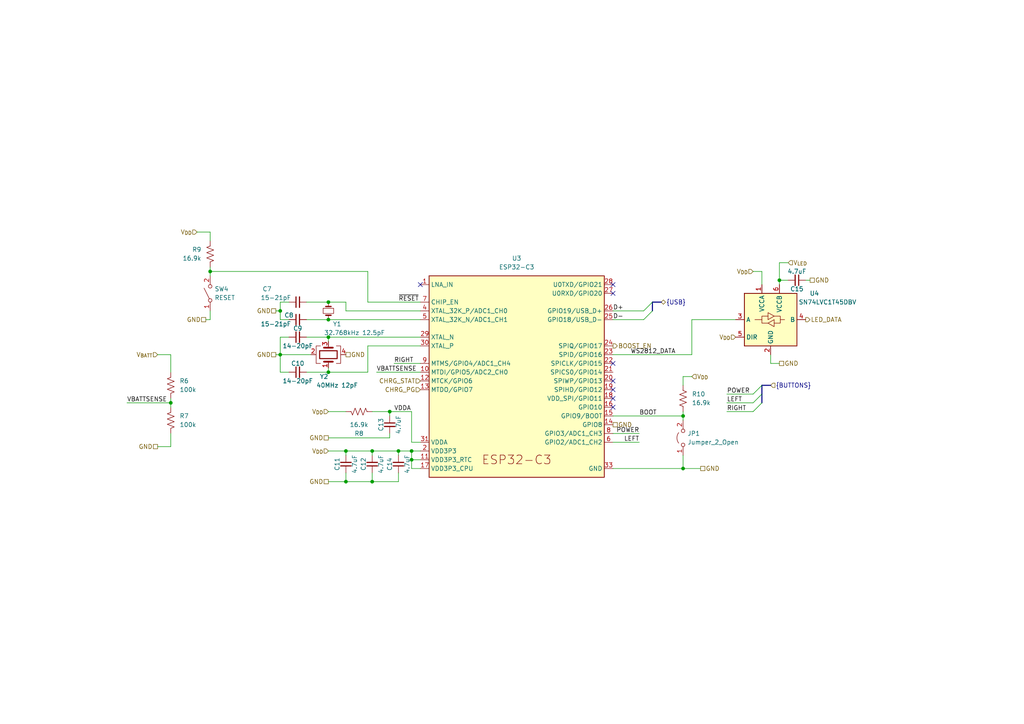
<source format=kicad_sch>
(kicad_sch (version 20211123) (generator eeschema)
  (paper "A4")
  (lib_symbols
    (symbol "Device:C_Small" (pin_numbers hide) (pin_names (offset 0.254) hide)
      (property "Reference" "C" (at 0.254 1.778 0))
      (property "Value" "C_Small" (at 0.254 -2.032 0))
      (symbol "C_Small_0_1"
        (polyline (pts (xy -1.524 -0.508) (xy 1.524 -0.508)) (stroke (width 0.3302)))
        (polyline (pts (xy -1.524 0.508) (xy 1.524 0.508)) (stroke (width 0.3048)))
      )
      (symbol "C_Small_1_1"
        (pin passive line (at 0 2.54 270) (length 2.032) (name "~") (number "1"))
        (pin passive line (at 0 -2.54 90) (length 2.032) (name "~") (number "2"))
      )
    )
    (symbol "Device:Crystal_GND24" (pin_names (offset 1.016) hide)
      (property "Reference" "Y" (at 3.175 5.08 0))
      (property "Value" "Crystal_GND24" (at 3.175 3.175 0))
      (symbol "Crystal_GND24_0_1"
        (rectangle (start -1.143 2.54) (end 1.143 -2.54) (stroke (width 0.3048)))
        (polyline (pts (xy -2.54 0) (xy -2.032 0)))
        (polyline (pts (xy -2.032 -1.27) (xy -2.032 1.27)) (stroke (width 0.508)))
        (polyline (pts (xy 0 -3.81) (xy 0 -3.556)))
        (polyline (pts (xy 0 3.556) (xy 0 3.81)))
        (polyline (pts (xy 2.032 -1.27) (xy 2.032 1.27)) (stroke (width 0.508)))
        (polyline (pts (xy 2.032 0) (xy 2.54 0)))
        (polyline (pts (xy -2.54 -2.286) (xy -2.54 -3.556) (xy 2.54 -3.556) (xy 2.54 -2.286)))
        (polyline (pts (xy -2.54 2.286) (xy -2.54 3.556) (xy 2.54 3.556) (xy 2.54 2.286)))
      )
      (symbol "Crystal_GND24_1_1"
        (pin passive line (at -3.81 0 0) (length 1.27) (name "1") (number "1"))
        (pin passive line (at 0 5.08 270) (length 1.27) (name "2") (number "2"))
        (pin passive line (at 3.81 0 180) (length 1.27) (name "3") (number "3"))
        (pin passive line (at 0 -5.08 90) (length 1.27) (name "4") (number "4"))
      )
    )
    (symbol "Device:Crystal_Small" (pin_numbers hide) (pin_names (offset 1.016) hide)
      (property "Reference" "Y" (at 0 2.54 0))
      (property "Value" "Crystal_Small" (at 0 -2.54 0))
      (symbol "Crystal_Small_0_1"
        (rectangle (start -0.762 -1.524) (end 0.762 1.524))
        (polyline (pts (xy -1.27 -0.762) (xy -1.27 0.762)) (stroke (width 0.381)))
        (polyline (pts (xy 1.27 -0.762) (xy 1.27 0.762)) (stroke (width 0.381)))
      )
      (symbol "Crystal_Small_1_1"
        (pin passive line (at -2.54 0 0) (length 1.27) (name "1") (number "1"))
        (pin passive line (at 2.54 0 180) (length 1.27) (name "2") (number "2"))
      )
    )
    (symbol "Device:R_US" (pin_numbers hide) (pin_names (offset 0))
      (property "Reference" "R" (at 2.54 0 90))
      (property "Value" "R_US" (at -2.54 0 90))
      (symbol "R_US_0_1"
        (polyline (pts (xy 0 -2.286) (xy 0 -2.54)))
        (polyline (pts (xy 0 2.286) (xy 0 2.54)))
        (polyline (pts (xy 0 -0.762) (xy 1.016 -1.143) (xy 0 -1.524) (xy -1.016 -1.905) (xy 0 -2.286)))
        (polyline (pts (xy 0 0.762) (xy 1.016 0.381) (xy 0 0) (xy -1.016 -0.381) (xy 0 -0.762)))
        (polyline (pts (xy 0 2.286) (xy 1.016 1.905) (xy 0 1.524) (xy -1.016 1.143) (xy 0 0.762)))
      )
      (symbol "R_US_1_1"
        (pin passive line (at 0 3.81 270) (length 1.27) (name "~") (number "1"))
        (pin passive line (at 0 -3.81 90) (length 1.27) (name "~") (number "2"))
      )
    )
    (symbol "Espressif:ESP32-C3"
      (property "Reference" "U" (at -25.4 35.56 0))
      (property "Value" "ESP32-C3" (at -25.4 33.02 0))
      (symbol "ESP32-C3_0_0"
        (text "ESP32-C3" (at 0 -22.86 0) (effects (font (size 2.54 2.54))))
        (pin bidirectional line (at -27.94 27.94 0) (length 2.54) (name "LNA_IN") (number "1"))
        (pin bidirectional line (at -27.94 2.54 0) (length 2.54) (name "MTDI/GPIO5/ADC2_CH0") (number "10"))
        (pin power_in line (at -27.94 -22.86 0) (length 2.54) (name "VDD3P3_RTC") (number "11"))
        (pin bidirectional line (at -27.94 0 0) (length 2.54) (name "MTCK/GPIO6") (number "12"))
        (pin bidirectional line (at -27.94 -2.54 0) (length 2.54) (name "MTDO/GPIO7") (number "13"))
        (pin bidirectional line (at 27.94 -12.7 180) (length 2.54) (name "GPIO8") (number "14"))
        (pin bidirectional line (at 27.94 -10.16 180) (length 2.54) (name "GPIO9/BOOT") (number "15"))
        (pin bidirectional line (at 27.94 -7.62 180) (length 2.54) (name "GPIO10") (number "16"))
        (pin power_in line (at -27.94 -25.4 0) (length 2.54) (name "VDD3P3_CPU") (number "17"))
        (pin bidirectional line (at 27.94 -5.08 180) (length 2.54) (name "VDD_SPI/GPIO11") (number "18"))
        (pin bidirectional line (at 27.94 -2.54 180) (length 2.54) (name "SPIHD/GPIO12") (number "19"))
        (pin power_in line (at -27.94 -20.32 0) (length 2.54) (name "VDD3P3") (number "2"))
        (pin bidirectional line (at 27.94 0 180) (length 2.54) (name "SPIWP/GPIO13") (number "20"))
        (pin bidirectional line (at 27.94 2.54 180) (length 2.54) (name "SPICS0/GPIO14") (number "21"))
        (pin bidirectional line (at 27.94 5.08 180) (length 2.54) (name "SPICLK/GPIO15") (number "22"))
        (pin bidirectional line (at 27.94 7.62 180) (length 2.54) (name "SPID/GPIO16") (number "23"))
        (pin bidirectional line (at 27.94 10.16 180) (length 2.54) (name "SPIQ/GPIO17") (number "24"))
        (pin bidirectional line (at 27.94 17.78 180) (length 2.54) (name "GPIO18/USB_D-") (number "25"))
        (pin bidirectional line (at 27.94 20.32 180) (length 2.54) (name "GPIO19/USB_D+") (number "26"))
        (pin bidirectional line (at 27.94 25.4 180) (length 2.54) (name "U0RXD/GPIO20") (number "27"))
        (pin bidirectional line (at 27.94 27.94 180) (length 2.54) (name "U0TXD/GPIO21") (number "28"))
        (pin output line (at -27.94 12.7 0) (length 2.54) (name "XTAL_N") (number "29"))
        (pin input line (at -27.94 10.16 0) (length 2.54) (name "XTAL_P") (number "30"))
        (pin power_in line (at -27.94 -17.78 0) (length 2.54) (name "VDDA") (number "31"))
        (pin power_in line (at 27.94 -25.4 180) (length 2.54) (name "GND") (number "33"))
        (pin output line (at -27.94 20.32 0) (length 2.54) (name "XTAL_32K_P/ADC1_CH0") (number "4"))
        (pin input line (at -27.94 17.78 0) (length 2.54) (name "XTAL_32K_N/ADC1_CH1") (number "5"))
        (pin bidirectional line (at 27.94 -17.78 180) (length 2.54) (name "GPIO2/ADC1_CH2") (number "6"))
        (pin input line (at -27.94 22.86 0) (length 2.54) (name "CHIP_EN") (number "7"))
        (pin bidirectional line (at 27.94 -15.24 180) (length 2.54) (name "GPIO3/ADC1_CH3") (number "8"))
        (pin bidirectional line (at -27.94 5.08 0) (length 2.54) (name "MTMS/GPIO4/ADC1_CH4") (number "9"))
      )
      (symbol "ESP32-C3_0_1"
        (rectangle (start -25.4 30.48) (end 25.4 -27.94) (stroke (width 0.254)) (fill (type background)))
        (pin passive line (at -27.94 -20.32 0) (length 2.54) hide (name "VDD3P3") (number "3"))
        (pin passive line (at -27.94 -17.78 0) (length 2.54) hide (name "VDDA") (number "32"))
      )
    )
    (symbol "Jumper:Jumper_2_Open" (pin_names (offset 0) hide)
      (property "Reference" "JP" (at 0 2.794 0))
      (property "Value" "Jumper_2_Open" (at 0 -2.286 0))
      (symbol "Jumper_2_Open_0_0"
        (circle (center -2.032 0) (radius 0.508))
        (circle (center 2.032 0) (radius 0.508))
      )
      (symbol "Jumper_2_Open_0_1"
        (arc (start 1.524 1.27) (mid 0 1.778) (end -1.524 1.27))
      )
      (symbol "Jumper_2_Open_1_1"
        (pin passive line (at -5.08 0 0) (length 2.54) (name "A") (number "1"))
        (pin passive line (at 5.08 0 180) (length 2.54) (name "B") (number "2"))
      )
    )
    (symbol "Logic_LevelTranslator:SN74LVC1T45DBV"
      (property "Reference" "U" (at -6.35 8.89 0))
      (property "Value" "SN74LVC1T45DBV" (at 3.81 8.89 0))
      (symbol "SN74LVC1T45DBV_0_1"
        (rectangle (start -7.62 7.62) (end 7.62 -7.62) (stroke (width 0.254)) (fill (type background)))
        (polyline (pts (xy -2.54 0) (xy -2.54 1.016) (xy -0.762 1.016)))
        (polyline (pts (xy 2.794 0) (xy 2.794 -1.016) (xy 1.016 -1.016)))
        (polyline (pts (xy -0.762 -1.016) (xy -2.54 -1.016) (xy -2.54 0) (xy -4.572 0)))
        (polyline (pts (xy -0.762 0) (xy -0.762 2.032) (xy 1.016 1.016) (xy -0.762 0)))
        (polyline (pts (xy 1.016 1.016) (xy 2.794 1.016) (xy 2.794 0) (xy 4.064 0)))
        (polyline (pts (xy 1.016 0) (xy 1.016 -1.778) (xy 1.016 -2.032) (xy -0.762 -1.016) (xy 1.016 0)))
      )
      (symbol "SN74LVC1T45DBV_1_1"
        (pin power_in line (at -2.54 10.16 270) (length 2.54) (name "VCCA") (number "1"))
        (pin power_in line (at 0 -10.16 90) (length 2.54) (name "GND") (number "2"))
        (pin bidirectional line (at -10.16 0 0) (length 2.54) (name "A") (number "3"))
        (pin bidirectional line (at 10.16 0 180) (length 2.54) (name "B") (number "4"))
        (pin input line (at -10.16 -5.08 0) (length 2.54) (name "DIR") (number "5"))
        (pin power_in line (at 2.54 10.16 270) (length 2.54) (name "VCCB") (number "6"))
      )
    )
    (symbol "Switch:SW_SPST" (pin_names (offset 0) hide)
      (property "Reference" "SW" (at 0 3.175 0))
      (property "Value" "SW_SPST" (at 0 -2.54 0))
      (symbol "SW_SPST_0_0"
        (circle (center -2.032 0) (radius 0.508))
        (polyline (pts (xy -1.524 0.254) (xy 1.524 1.778)))
        (circle (center 2.032 0) (radius 0.508))
      )
      (symbol "SW_SPST_1_1"
        (pin passive line (at -5.08 0 0) (length 2.54) (name "A") (number "1"))
        (pin passive line (at 5.08 0 180) (length 2.54) (name "B") (number "2"))
      )
    )
  )
  (bus_alias "USB" (members "D+" "D-"))
  (junction (at 95.25 92.71))
  (junction (at 95.25 97.79))
  (junction (at 49.53 116.84))
  (junction (at 60.96 78.74))
  (junction (at 81.28 90.17))
  (junction (at 95.25 107.95))
  (junction (at 113.03 119.38))
  (junction (at 107.95 139.7))
  (junction (at 100.33 130.81))
  (junction (at 81.28 102.87))
  (junction (at 95.25 87.63))
  (junction (at 119.38 133.35))
  (junction (at 226.06 81.28))
  (junction (at 100.33 139.7))
  (junction (at 107.95 130.81))
  (junction (at 198.12 120.65))
  (junction (at 115.57 130.81))
  (junction (at 198.12 135.89))
  (junction (at 119.38 130.81))
  (no_connect (at 177.8 85.09))
  (no_connect (at 177.8 105.41))
  (no_connect (at 177.8 110.49))
  (no_connect (at 177.8 115.57))
  (no_connect (at 177.8 118.11))
  (no_connect (at 177.8 82.55))
  (no_connect (at 177.8 113.03))
  (no_connect (at 121.92 82.55))
  (bus_entry (at 189.23 90.17) (size -2.54 2.54))
  (bus_entry (at 220.98 111.76) (size -2.54 2.54))
  (bus_entry (at 189.23 87.63) (size -2.54 2.54))
  (bus_entry (at 220.98 114.3) (size -2.54 2.54))
  (bus_entry (at 220.98 116.84) (size -2.54 2.54))
  (wire (pts (xy 95.25 106.68) (xy 95.25 107.95)))
  (wire (pts (xy 198.12 120.65) (xy 198.12 121.92)))
  (wire (pts (xy 177.8 102.87) (xy 200.66 102.87)))
  (wire (pts (xy 200.66 109.22) (xy 198.12 109.22)))
  (wire (pts (xy 119.38 133.35) (xy 121.92 133.35)))
  (wire (pts (xy 177.8 135.89) (xy 198.12 135.89)))
  (wire (pts (xy 80.01 90.17) (xy 81.28 90.17)))
  (wire (pts (xy 60.96 67.31) (xy 60.96 69.85)))
  (wire (pts (xy 106.68 87.63) (xy 121.92 87.63)))
  (wire (pts (xy 95.25 130.81) (xy 100.33 130.81)))
  (wire (pts (xy 119.38 130.81) (xy 121.92 130.81)))
  (wire (pts (xy 226.06 76.2) (xy 226.06 81.28)))
  (wire (pts (xy 226.06 81.28) (xy 228.6 81.28)))
  (wire (pts (xy 198.12 109.22) (xy 198.12 111.76)))
  (wire (pts (xy 106.68 100.33) (xy 106.68 107.95)))
  (wire (pts (xy 107.95 130.81) (xy 115.57 130.81)))
  (wire (pts (xy 83.82 97.79) (xy 81.28 97.79)))
  (wire (pts (xy 223.52 102.87) (xy 223.52 105.41)))
  (wire (pts (xy 81.28 107.95) (xy 83.82 107.95)))
  (wire (pts (xy 223.52 105.41) (xy 226.06 105.41)))
  (wire (pts (xy 121.92 128.27) (xy 119.38 128.27)))
  (wire (pts (xy 95.25 119.38) (xy 100.33 119.38)))
  (wire (pts (xy 45.72 102.87) (xy 49.53 102.87)))
  (wire (pts (xy 100.33 130.81) (xy 107.95 130.81)))
  (wire (pts (xy 81.28 102.87) (xy 90.17 102.87)))
  (wire (pts (xy 119.38 133.35) (xy 119.38 135.89)))
  (wire (pts (xy 100.33 87.63) (xy 100.33 90.17)))
  (wire (pts (xy 49.53 115.57) (xy 49.53 116.84)))
  (bus (pts (xy 220.98 114.3) (xy 220.98 116.84)))
  (wire (pts (xy 88.9 97.79) (xy 95.25 97.79)))
  (wire (pts (xy 200.66 102.87) (xy 200.66 92.71)))
  (wire (pts (xy 218.44 78.74) (xy 220.98 78.74)))
  (wire (pts (xy 198.12 119.38) (xy 198.12 120.65)))
  (wire (pts (xy 226.06 76.2) (xy 228.6 76.2)))
  (wire (pts (xy 226.06 81.28) (xy 226.06 82.55)))
  (wire (pts (xy 121.92 107.95) (xy 109.22 107.95)))
  (wire (pts (xy 107.95 132.08) (xy 107.95 130.81)))
  (wire (pts (xy 113.03 127) (xy 113.03 125.73)))
  (wire (pts (xy 119.38 130.81) (xy 119.38 133.35)))
  (wire (pts (xy 81.28 97.79) (xy 81.28 102.87)))
  (wire (pts (xy 49.53 102.87) (xy 49.53 107.95)))
  (wire (pts (xy 115.57 130.81) (xy 115.57 132.08)))
  (wire (pts (xy 106.68 78.74) (xy 60.96 78.74)))
  (wire (pts (xy 57.15 67.31) (xy 60.96 67.31)))
  (bus (pts (xy 220.98 111.76) (xy 220.98 114.3)))
  (wire (pts (xy 95.25 139.7) (xy 100.33 139.7)))
  (wire (pts (xy 80.01 102.87) (xy 81.28 102.87)))
  (wire (pts (xy 107.95 139.7) (xy 115.57 139.7)))
  (wire (pts (xy 60.96 92.71) (xy 60.96 90.17)))
  (wire (pts (xy 210.82 114.3) (xy 218.44 114.3)))
  (bus (pts (xy 189.23 87.63) (xy 191.77 87.63)))
  (wire (pts (xy 106.68 100.33) (xy 121.92 100.33)))
  (wire (pts (xy 177.8 120.65) (xy 198.12 120.65)))
  (wire (pts (xy 200.66 92.71) (xy 213.36 92.71)))
  (wire (pts (xy 100.33 139.7) (xy 107.95 139.7)))
  (wire (pts (xy 119.38 135.89) (xy 121.92 135.89)))
  (wire (pts (xy 114.3 105.41) (xy 121.92 105.41)))
  (wire (pts (xy 95.25 127) (xy 113.03 127)))
  (wire (pts (xy 119.38 119.38) (xy 119.38 128.27)))
  (wire (pts (xy 95.25 97.79) (xy 121.92 97.79)))
  (wire (pts (xy 113.03 119.38) (xy 119.38 119.38)))
  (wire (pts (xy 83.82 92.71) (xy 81.28 92.71)))
  (wire (pts (xy 106.68 87.63) (xy 106.68 78.74)))
  (wire (pts (xy 45.72 129.54) (xy 49.53 129.54)))
  (wire (pts (xy 60.96 77.47) (xy 60.96 78.74)))
  (wire (pts (xy 107.95 119.38) (xy 113.03 119.38)))
  (wire (pts (xy 81.28 87.63) (xy 83.82 87.63)))
  (bus (pts (xy 223.52 111.76) (xy 220.98 111.76)))
  (wire (pts (xy 59.69 92.71) (xy 60.96 92.71)))
  (wire (pts (xy 100.33 87.63) (xy 95.25 87.63)))
  (wire (pts (xy 220.98 78.74) (xy 220.98 82.55)))
  (wire (pts (xy 210.82 119.38) (xy 218.44 119.38)))
  (wire (pts (xy 88.9 107.95) (xy 95.25 107.95)))
  (wire (pts (xy 185.42 125.73) (xy 177.8 125.73)))
  (wire (pts (xy 36.83 116.84) (xy 49.53 116.84)))
  (wire (pts (xy 198.12 132.08) (xy 198.12 135.89)))
  (wire (pts (xy 100.33 130.81) (xy 100.33 132.08)))
  (wire (pts (xy 95.25 107.95) (xy 106.68 107.95)))
  (wire (pts (xy 185.42 128.27) (xy 177.8 128.27)))
  (wire (pts (xy 115.57 130.81) (xy 119.38 130.81)))
  (wire (pts (xy 177.8 92.71) (xy 186.69 92.71)))
  (wire (pts (xy 113.03 120.65) (xy 113.03 119.38)))
  (wire (pts (xy 81.28 92.71) (xy 81.28 90.17)))
  (wire (pts (xy 233.68 81.28) (xy 234.95 81.28)))
  (wire (pts (xy 115.57 137.16) (xy 115.57 139.7)))
  (wire (pts (xy 95.25 92.71) (xy 121.92 92.71)))
  (bus (pts (xy 189.23 87.63) (xy 189.23 90.17)))
  (wire (pts (xy 88.9 92.71) (xy 95.25 92.71)))
  (wire (pts (xy 100.33 137.16) (xy 100.33 139.7)))
  (wire (pts (xy 60.96 78.74) (xy 60.96 80.01)))
  (wire (pts (xy 198.12 135.89) (xy 203.2 135.89)))
  (wire (pts (xy 81.28 90.17) (xy 81.28 87.63)))
  (wire (pts (xy 88.9 87.63) (xy 95.25 87.63)))
  (wire (pts (xy 81.28 102.87) (xy 81.28 107.95)))
  (wire (pts (xy 100.33 90.17) (xy 121.92 90.17)))
  (wire (pts (xy 177.8 90.17) (xy 186.69 90.17)))
  (wire (pts (xy 107.95 137.16) (xy 107.95 139.7)))
  (wire (pts (xy 210.82 116.84) (xy 218.44 116.84)))
  (wire (pts (xy 95.25 97.79) (xy 95.25 99.06)))
  (wire (pts (xy 49.53 116.84) (xy 49.53 118.11)))
  (wire (pts (xy 49.53 129.54) (xy 49.53 125.73)))
  (label "WS2812_DATA" (at 182.88 102.87 0))
  (label "D+" (at 177.8 90.17 0))
  (label "VDDA" (at 114.3 119.38 0))
  (label "VBATTSENSE" (at 36.83 116.84 0))
  (label "LEFT" (at 185.42 128.27 180))
  (label "RIGHT" (at 114.3 105.41 0))
  (label "BOOT" (at 190.5 120.65 180))
  (label "~{RESET}" (at 115.57 87.63 0))
  (label "VBATTSENSE" (at 109.22 107.95 0))
  (label "POWER" (at 185.42 125.73 180))
  (label "LEFT" (at 210.82 116.84 0))
  (label "RIGHT" (at 210.82 119.38 0))
  (label "POWER" (at 210.82 114.3 0))
  (label "D-" (at 177.8 92.71 0))
  (hierarchical_label "V_{DD}" (shape input) (at 95.25 130.81 180))
  (hierarchical_label "V_{DD}" (shape input) (at 200.66 109.22 0))
  (hierarchical_label "CHRG_STAT" (shape input) (at 121.92 110.49 180))
  (hierarchical_label "LED_DATA" (shape output) (at 233.68 92.71 0))
  (hierarchical_label "GND" (shape passive) (at 80.01 90.17 180))
  (hierarchical_label "GND" (shape passive) (at 177.8 123.19 0))
  (hierarchical_label "GND" (shape passive) (at 226.06 105.41 0))
  (hierarchical_label "V_{DD}" (shape input) (at 218.44 78.74 180))
  (hierarchical_label "GND" (shape passive) (at 95.25 127 180))
  (hierarchical_label "GND" (shape passive) (at 45.72 129.54 180))
  (hierarchical_label "{USB}" (shape bidirectional) (at 191.77 87.63 0))
  (hierarchical_label "GND" (shape passive) (at 203.2 135.89 0))
  (hierarchical_label "GND" (shape passive) (at 80.01 102.87 180))
  (hierarchical_label "BOOST_EN" (shape output) (at 177.8 100.33 0))
  (hierarchical_label "GND" (shape passive) (at 59.69 92.71 180))
  (hierarchical_label "GND" (shape passive) (at 95.25 139.7 180))
  (hierarchical_label "GND" (shape passive) (at 234.95 81.28 0))
  (hierarchical_label "V_{LED}" (shape input) (at 228.6 76.2 0))
  (hierarchical_label "V_{BATT}" (shape input) (at 45.72 102.87 180))
  (hierarchical_label "GND" (shape passive) (at 100.33 102.87 0))
  (hierarchical_label "V_{DD}" (shape input) (at 57.15 67.31 180))
  (hierarchical_label "{BUTTONS}" (shape input) (at 223.52 111.76 0))
  (hierarchical_label "V_{DD}" (shape input) (at 213.36 97.79 180))
  (hierarchical_label "V_{DD}" (shape input) (at 95.25 119.38 180))
  (hierarchical_label "CHRG_PG" (shape input) (at 121.92 113.03 180))
  (symbol (lib_id "Device:C_Small") (at 231.14 81.28 270) (unit 1)
    (property "Reference" "C15" (at 231.14 83.82 90))
    (property "Value" "4.7uF" (at 231.14 78.74 90))
    (property "Footprint" "Capacitor_SMD:C_0603_1608Metric" (effects hide))
  )
  (symbol (lib_id "Device:Crystal_GND24") (at 95.25 102.87 90) (unit 1)
    (property "Reference" "Y2" (at 93.98 109.22 90))
    (property "Value" "40MHz 12pF" (at 97.79 111.76 90))
    (property "Footprint" "Crystal:Crystal_SMD_3225-4Pin_3.2x2.5mm" (effects hide))
    (property "Tolerance" "10ppm" (effects hide))
  )
  (symbol (lib_id "Espressif:ESP32-C3") (at 149.86 110.49 0) (unit 1)
    (property "Reference" "U3" (at 149.86 74.93 0))
    (property "Value" "ESP32-C3" (at 149.86 77.47 0))
    (property "Footprint" "Package_DFN_QFN:QFN-32-1EP_5x5mm_P0.5mm_EP3.45x3.45mm" (effects hide))
    (property "Datasheet" "https://www.espressif.com/sites/default/files/documentation/esp32-c3_datasheet_en.pdf" (effects hide))
  )
  (symbol (lib_id "Device:C_Small") (at 86.36 97.79 90) (unit 1)
    (property "Reference" "C9" (at 86.36 95.25 90))
    (property "Value" "14-20pF" (at 86.36 100.33 90))
    (property "Footprint" "Capacitor_SMD:C_0603_1608Metric" (effects hide))
  )
  (symbol (lib_id "Logic_LevelTranslator:SN74LVC1T45DBV") (at 223.52 92.71 0) (unit 1)
    (property "Reference" "U4" (at 236.22 85.09 0))
    (property "Value" "SN74LVC1T45DBV" (at 240.03 87.63 0))
    (property "Footprint" "Package_TO_SOT_SMD:SOT-23-6" (effects hide))
    (property "Datasheet" "http://www.ti.com/lit/ds/symlink/sn74lvc1t45.pdf" (effects hide))
  )
  (symbol (lib_id "Device:R_US") (at 198.12 115.57 180) (unit 1)
    (property "Reference" "R10" (at 200.66 114.2999 0) (effects (justify right)))
    (property "Value" "16.9k" (at 200.66 116.8399 0) (effects (justify right)))
    (property "Footprint" "Resistor_SMD:R_0603_1608Metric" (effects hide))
  )
  (symbol (lib_id "Device:C_Small") (at 86.36 92.71 90) (unit 1)
    (property "Reference" "C8" (at 83.82 91.44 90))
    (property "Value" "15-21pF" (at 80.01 93.98 90))
    (property "Footprint" "Capacitor_SMD:C_0402_1005Metric" (effects hide))
  )
  (symbol (lib_id "Device:R_US") (at 49.53 111.76 0) (mirror y) (unit 1)
    (property "Reference" "R6" (at 52.07 110.4899 0) (effects (justify right)))
    (property "Value" "100k" (at 52.07 113.0299 0) (effects (justify right)))
    (property "Footprint" "Resistor_SMD:R_0603_1608Metric" (effects hide))
  )
  (symbol (lib_id "Switch:SW_SPST") (at 60.96 85.09 90) (unit 1)
    (property "Reference" "SW4" (at 62.23 83.8199 90) (effects (justify right)))
    (property "Value" "RESET" (at 62.23 86.3599 90) (effects (justify right)))
    (property "Footprint" "Button_Switch_SMD:Panasonic_EVQPUM_EVQPUD" (effects hide))
  )
  (symbol (lib_id "Device:R_US") (at 104.14 119.38 90) (mirror x) (unit 1)
    (property "Reference" "R8" (at 104.14 125.73 90))
    (property "Value" "16.9k" (at 104.14 123.19 90))
    (property "Footprint" "Resistor_SMD:R_0603_1608Metric" (effects hide))
  )
  (symbol (lib_id "Device:R_US") (at 49.53 121.92 0) (mirror y) (unit 1)
    (property "Reference" "R7" (at 52.07 120.6499 0) (effects (justify right)))
    (property "Value" "100k" (at 52.07 123.1899 0) (effects (justify right)))
    (property "Footprint" "Resistor_SMD:R_0603_1608Metric" (effects hide))
  )
  (symbol (lib_id "Device:Crystal_Small") (at 95.25 90.17 90) (unit 1)
    (property "Reference" "Y1" (at 96.52 93.98 90) (effects (justify right)))
    (property "Value" "32.768kHz 12.5pF" (at 93.98 96.52 90) (effects (justify right)))
    (property "Footprint" "Crystal:Crystal_SMD_2012-2Pin_2.0x1.2mm" (effects hide))
  )
  (symbol (lib_id "Device:C_Small") (at 86.36 107.95 90) (unit 1)
    (property "Reference" "C10" (at 86.36 105.41 90))
    (property "Value" "14-20pF" (at 86.36 110.49 90))
    (property "Footprint" "Capacitor_SMD:C_0603_1608Metric" (effects hide))
  )
  (symbol (lib_id "Device:C_Small") (at 86.36 87.63 90) (unit 1)
    (property "Reference" "C7" (at 77.47 83.82 90))
    (property "Value" "15-21pF" (at 80.01 86.36 90))
    (property "Footprint" "Capacitor_SMD:C_0402_1005Metric" (effects hide))
  )
  (symbol (lib_id "Device:R_US") (at 60.96 73.66 0) (mirror x) (unit 1)
    (property "Reference" "R9" (at 58.42 72.3899 0) (effects (justify right)))
    (property "Value" "16.9k" (at 58.42 74.9299 0) (effects (justify right)))
    (property "Footprint" "Resistor_SMD:R_0603_1608Metric" (effects hide))
  )
  (symbol (lib_id "Device:C_Small") (at 113.03 123.19 0) (mirror y) (unit 1)
    (property "Reference" "C13" (at 110.49 123.19 90))
    (property "Value" "4.7uF" (at 115.57 123.19 90))
    (property "Footprint" "Capacitor_SMD:C_0603_1608Metric" (effects hide))
  )
  (symbol (lib_id "Device:C_Small") (at 100.33 134.62 180) (unit 1)
    (property "Reference" "C11" (at 97.79 134.62 90))
    (property "Value" "4.7uF" (at 102.87 134.62 90))
    (property "Footprint" "Capacitor_SMD:C_0603_1608Metric" (effects hide))
  )
  (symbol (lib_id "Device:C_Small") (at 115.57 134.62 180) (unit 1)
    (property "Reference" "C14" (at 113.03 134.62 90))
    (property "Value" "4.7uF" (at 118.11 134.62 90))
    (property "Footprint" "Capacitor_SMD:C_0603_1608Metric" (effects hide))
  )
  (symbol (lib_id "Device:C_Small") (at 107.95 134.62 180) (unit 1)
    (property "Reference" "C12" (at 105.41 134.62 90))
    (property "Value" "4.7uF" (at 110.49 134.62 90))
    (property "Footprint" "Capacitor_SMD:C_0603_1608Metric" (effects hide))
  )
  (symbol (lib_id "Jumper:Jumper_2_Open") (at 198.12 127 90) (unit 1)
    (property "Reference" "JP1" (at 199.39 125.7299 90) (effects (justify right)))
    (property "Value" "Jumper_2_Open" (at 199.39 128.2699 90) (effects (justify right)))
    (property "Footprint" "Jumper:SolderJumper-2_P1.3mm_Open_TrianglePad1.0x1.5mm" (effects hide))
  )
)
</source>
